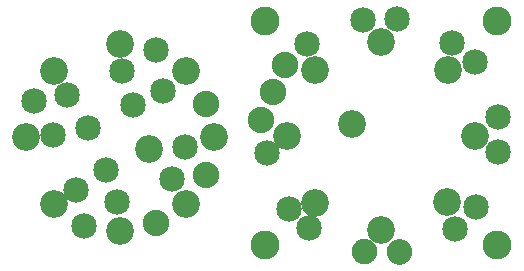
<source format=gbs>
G04 MADE WITH FRITZING*
G04 WWW.FRITZING.ORG*
G04 DOUBLE SIDED*
G04 HOLES PLATED*
G04 CONTOUR ON CENTER OF CONTOUR VECTOR*
%ASAXBY*%
%FSLAX23Y23*%
%MOIN*%
%OFA0B0*%
%SFA1.0B1.0*%
%ADD10C,0.092000*%
%ADD11C,0.088000*%
%ADD12C,0.096614*%
%ADD13C,0.085000*%
%ADD14C,0.035000*%
%ADD15R,0.001000X0.001000*%
%LNMASK0*%
G90*
G70*
G54D10*
X470Y388D03*
X152Y207D03*
X687Y428D03*
X374Y739D03*
X154Y648D03*
X374Y116D03*
X595Y649D03*
X61Y429D03*
X595Y207D03*
G54D11*
X659Y539D03*
X492Y143D03*
X659Y304D03*
X843Y487D03*
X883Y579D03*
X922Y671D03*
G54D12*
X1631Y815D03*
X856Y815D03*
X856Y71D03*
X1631Y71D03*
G54D10*
X1148Y473D03*
X1466Y654D03*
X930Y433D03*
X1244Y121D03*
X1464Y212D03*
X1244Y745D03*
X1023Y211D03*
X1557Y432D03*
X1023Y654D03*
G54D13*
X998Y741D03*
X1183Y819D03*
X326Y320D03*
X254Y133D03*
X381Y648D03*
X197Y570D03*
X87Y549D03*
X267Y461D03*
X227Y253D03*
X149Y437D03*
X494Y720D03*
X416Y536D03*
X591Y397D03*
X516Y582D03*
X1556Y679D03*
X1635Y495D03*
X1634Y380D03*
X1559Y195D03*
X1296Y822D03*
X1480Y743D03*
X547Y291D03*
X363Y213D03*
X1004Y126D03*
G54D14*
X1188Y47D03*
X1305Y46D03*
G54D13*
X1489Y124D03*
X862Y375D03*
X937Y190D03*
G54D15*
X1184Y90D02*
X1192Y90D01*
X1178Y89D02*
X1198Y89D01*
X1303Y89D02*
X1307Y89D01*
X1175Y88D02*
X1201Y88D01*
X1296Y88D02*
X1314Y88D01*
X1172Y87D02*
X1204Y87D01*
X1292Y87D02*
X1317Y87D01*
X1170Y86D02*
X1206Y86D01*
X1289Y86D02*
X1320Y86D01*
X1168Y85D02*
X1208Y85D01*
X1287Y85D02*
X1322Y85D01*
X1166Y84D02*
X1210Y84D01*
X1285Y84D02*
X1324Y84D01*
X1165Y83D02*
X1211Y83D01*
X1283Y83D02*
X1326Y83D01*
X1163Y82D02*
X1213Y82D01*
X1282Y82D02*
X1328Y82D01*
X1162Y81D02*
X1214Y81D01*
X1280Y81D02*
X1329Y81D01*
X1161Y80D02*
X1215Y80D01*
X1279Y80D02*
X1330Y80D01*
X1160Y79D02*
X1216Y79D01*
X1278Y79D02*
X1332Y79D01*
X1159Y78D02*
X1217Y78D01*
X1277Y78D02*
X1333Y78D01*
X1158Y77D02*
X1218Y77D01*
X1275Y77D02*
X1334Y77D01*
X1157Y76D02*
X1219Y76D01*
X1274Y76D02*
X1335Y76D01*
X1156Y75D02*
X1220Y75D01*
X1274Y75D02*
X1336Y75D01*
X1155Y74D02*
X1221Y74D01*
X1273Y74D02*
X1337Y74D01*
X1154Y73D02*
X1222Y73D01*
X1272Y73D02*
X1337Y73D01*
X1154Y72D02*
X1222Y72D01*
X1271Y72D02*
X1338Y72D01*
X1153Y71D02*
X1223Y71D01*
X1270Y71D02*
X1339Y71D01*
X1152Y70D02*
X1224Y70D01*
X1270Y70D02*
X1340Y70D01*
X1152Y69D02*
X1224Y69D01*
X1269Y69D02*
X1340Y69D01*
X1151Y68D02*
X1225Y68D01*
X1269Y68D02*
X1341Y68D01*
X1151Y67D02*
X1225Y67D01*
X1268Y67D02*
X1341Y67D01*
X1150Y66D02*
X1226Y66D01*
X1267Y66D02*
X1342Y66D01*
X1150Y65D02*
X1226Y65D01*
X1267Y65D02*
X1342Y65D01*
X1149Y64D02*
X1227Y64D01*
X1266Y64D02*
X1343Y64D01*
X1149Y63D02*
X1227Y63D01*
X1266Y63D02*
X1343Y63D01*
X1149Y62D02*
X1228Y62D01*
X1266Y62D02*
X1344Y62D01*
X1148Y61D02*
X1228Y61D01*
X1265Y61D02*
X1344Y61D01*
X1148Y60D02*
X1228Y60D01*
X1265Y60D02*
X1344Y60D01*
X1148Y59D02*
X1228Y59D01*
X1265Y59D02*
X1345Y59D01*
X1147Y58D02*
X1229Y58D01*
X1264Y58D02*
X1345Y58D01*
X1147Y57D02*
X1229Y57D01*
X1264Y57D02*
X1345Y57D01*
X1147Y56D02*
X1229Y56D01*
X1264Y56D02*
X1346Y56D01*
X1147Y55D02*
X1229Y55D01*
X1264Y55D02*
X1346Y55D01*
X1147Y54D02*
X1229Y54D01*
X1263Y54D02*
X1346Y54D01*
X1146Y53D02*
X1230Y53D01*
X1263Y53D02*
X1346Y53D01*
X1146Y52D02*
X1230Y52D01*
X1263Y52D02*
X1346Y52D01*
X1146Y51D02*
X1230Y51D01*
X1263Y51D02*
X1346Y51D01*
X1146Y50D02*
X1230Y50D01*
X1263Y50D02*
X1346Y50D01*
X1146Y49D02*
X1230Y49D01*
X1263Y49D02*
X1347Y49D01*
X1146Y48D02*
X1230Y48D01*
X1263Y48D02*
X1347Y48D01*
X1146Y47D02*
X1230Y47D01*
X1263Y47D02*
X1347Y47D01*
X1146Y46D02*
X1230Y46D01*
X1263Y46D02*
X1347Y46D01*
X1146Y45D02*
X1230Y45D01*
X1263Y45D02*
X1347Y45D01*
X1146Y44D02*
X1230Y44D01*
X1263Y44D02*
X1347Y44D01*
X1146Y43D02*
X1230Y43D01*
X1263Y43D02*
X1346Y43D01*
X1147Y42D02*
X1230Y42D01*
X1263Y42D02*
X1346Y42D01*
X1147Y41D02*
X1229Y41D01*
X1263Y41D02*
X1346Y41D01*
X1147Y40D02*
X1229Y40D01*
X1263Y40D02*
X1346Y40D01*
X1147Y39D02*
X1229Y39D01*
X1263Y39D02*
X1346Y39D01*
X1147Y38D02*
X1229Y38D01*
X1264Y38D02*
X1346Y38D01*
X1148Y37D02*
X1228Y37D01*
X1264Y37D02*
X1345Y37D01*
X1148Y36D02*
X1228Y36D01*
X1264Y36D02*
X1345Y36D01*
X1148Y35D02*
X1228Y35D01*
X1264Y35D02*
X1345Y35D01*
X1148Y34D02*
X1228Y34D01*
X1265Y34D02*
X1345Y34D01*
X1149Y33D02*
X1227Y33D01*
X1265Y33D02*
X1344Y33D01*
X1149Y32D02*
X1227Y32D01*
X1265Y32D02*
X1344Y32D01*
X1150Y31D02*
X1227Y31D01*
X1266Y31D02*
X1344Y31D01*
X1150Y30D02*
X1226Y30D01*
X1266Y30D02*
X1343Y30D01*
X1151Y29D02*
X1226Y29D01*
X1267Y29D02*
X1343Y29D01*
X1151Y28D02*
X1225Y28D01*
X1267Y28D02*
X1342Y28D01*
X1152Y27D02*
X1224Y27D01*
X1268Y27D02*
X1342Y27D01*
X1152Y26D02*
X1224Y26D01*
X1268Y26D02*
X1341Y26D01*
X1153Y25D02*
X1223Y25D01*
X1269Y25D02*
X1341Y25D01*
X1153Y24D02*
X1223Y24D01*
X1269Y24D02*
X1340Y24D01*
X1154Y23D02*
X1222Y23D01*
X1270Y23D02*
X1339Y23D01*
X1155Y22D02*
X1221Y22D01*
X1271Y22D02*
X1339Y22D01*
X1156Y21D02*
X1220Y21D01*
X1271Y21D02*
X1338Y21D01*
X1157Y20D02*
X1220Y20D01*
X1272Y20D02*
X1337Y20D01*
X1157Y19D02*
X1219Y19D01*
X1273Y19D02*
X1336Y19D01*
X1158Y18D02*
X1218Y18D01*
X1274Y18D02*
X1335Y18D01*
X1159Y17D02*
X1217Y17D01*
X1275Y17D02*
X1335Y17D01*
X1161Y16D02*
X1216Y16D01*
X1276Y16D02*
X1333Y16D01*
X1162Y15D02*
X1214Y15D01*
X1277Y15D02*
X1332Y15D01*
X1163Y14D02*
X1213Y14D01*
X1278Y14D02*
X1331Y14D01*
X1164Y13D02*
X1212Y13D01*
X1279Y13D02*
X1330Y13D01*
X1166Y12D02*
X1210Y12D01*
X1281Y12D02*
X1329Y12D01*
X1168Y11D02*
X1208Y11D01*
X1282Y11D02*
X1327Y11D01*
X1169Y10D02*
X1207Y10D01*
X1284Y10D02*
X1325Y10D01*
X1171Y9D02*
X1205Y9D01*
X1286Y9D02*
X1324Y9D01*
X1174Y8D02*
X1202Y8D01*
X1288Y8D02*
X1322Y8D01*
X1177Y7D02*
X1199Y7D01*
X1290Y7D02*
X1319Y7D01*
X1182Y6D02*
X1194Y6D01*
X1293Y6D02*
X1316Y6D01*
X1297Y5D02*
X1312Y5D01*
D02*
G04 End of Mask0*
M02*
</source>
